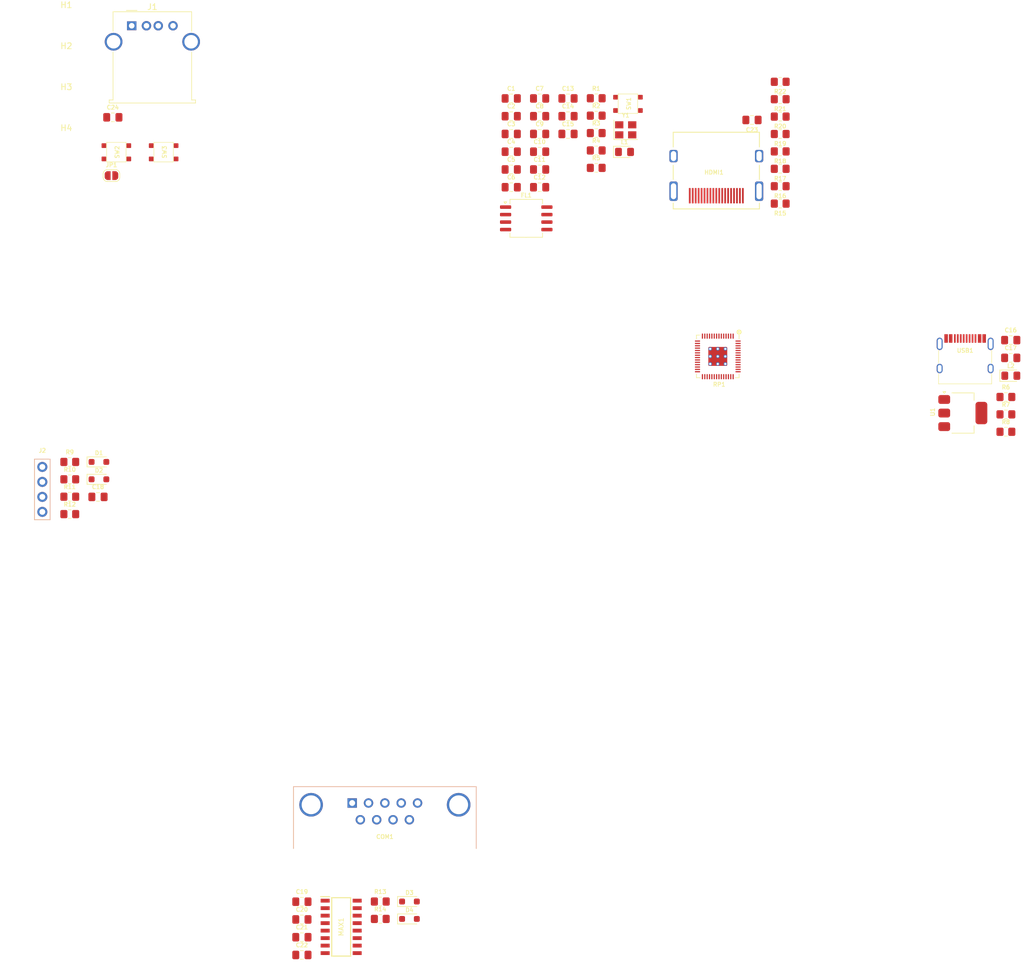
<source format=kicad_pcb>
(kicad_pcb (version 20240108) (generator "pcbnew") (generator_version "8.0")
  (title_block (title "Versa") (date "2024-12-29") (rev "1.0") (company "Mikhail Matveev") (comment 1 "https://github.com/xtremespb/versa"))
  (layers (0 "F.Cu" signal) (31 "B.Cu" signal) (34 "B.Paste" user) (35 "F.Paste" user) (36 "B.SilkS" user "B.Silkscreen") (37 "F.SilkS" user "F.Silkscreen") (38 "B.Mask" user) (39 "F.Mask" user) (44 "Edge.Cuts" user))
  (net 0 "")
  (net 1 "GND")
  (net 2 "Net-(C14-Pad1)")
  (net 3 "/RS232/C2-")
  (net 4 "/RS232/C2+")
  (net 5 "/RS232/V-")
  (net 6 "Net-(RP1-VREG_VOUT)")
  (net 7 "+3V3")
  (net 8 "/RP2040/XIN")
  (net 9 "/RS232/C1+")
  (net 10 "VBUS")
  (net 11 "/RS232/C1-")
  (net 12 "/RS232/V+")
  (net 13 "/GPIO0")
  (net 14 "/GPIO1")
  (net 15 "Net-(COM1-Pad1)")
  (net 16 "/RS232/RTS_IN")
  (net 17 "/RP2040/QSPI_SCLK")
  (net 18 "/RP2040/QSPI_SD3")
  (net 19 "/RP2040/QSPI_SD2")
  (net 20 "/RP2040/QSPI_SS")
  (net 21 "/RP2040/QSPI_SD1")
  (net 22 "/RP2040/QSPI_SD0")
  (net 23 "/RS232/TX_IN")
  (net 24 "/RS232/CTS_IN")
  (net 25 "/RS232/RX_IN")
  (net 26 "/GPIO18")
  (net 27 "/RS232/CTS_MAX")
  (net 28 "/GPIO17")
  (net 29 "/RS232/RX_MAX")
  (net 30 "/RP2040/GPIO28")
  (net 31 "/GPIO15")
  (net 32 "/RP2040/GPIO20")
  (net 33 "/RP2040/GPIO26")
  (net 34 "/RP2040/GPIO21")
  (net 35 "/RP2040/GPIO5")
  (net 36 "/RP2040/GPIO27")
  (net 37 "/RP2040/GPIO3")
  (net 38 "/RP2040/GPIO2")
  (net 39 "/RP2040/GPIO4")
  (net 40 "Net-(J2-Pin_3)")
  (net 41 "Net-(J2-Pin_2)")
  (net 42 "Net-(L1-A)")
  (net 43 "Net-(L2-A)")
  (net 44 "Net-(RP1-USB_DP)")
  (net 45 "/D+")
  (net 46 "/D-")
  (net 47 "Net-(RP1-USB_DM)")
  (net 48 "/RP2040/~{USB_BOOT}")
  (net 49 "/RP2040/GPIO25")
  (net 50 "/RP2040/XOUT")
  (net 51 "Net-(USB1-CC1)")
  (net 52 "Net-(USB1-CC2)")
  (net 53 "/GPIO16")
  (net 54 "/RP2040/GPIO24")
  (net 55 "/GPIO19")
  (net 56 "/RP2040/GPIO29")
  (net 57 "Net-(HDMI1-D0N)")
  (net 58 "Net-(HDMI1-D2N)")
  (net 59 "/RP2040/SWD")
  (net 60 "/GPIO6")
  (net 61 "/RP2040/SWCLK")
  (net 62 "/RUN")
  (net 63 "/RP2040/GPIO22")
  (net 64 "Net-(HDMI1-CLKN)")
  (net 65 "/GPIO7")
  (net 66 "/GPIO8")
  (net 67 "/RP2040/GPIO23")
  (net 68 "Net-(HDMI1-D0P)")
  (net 71 "/GPIO9")
  (net 72 "Net-(HDMI1-D1N)")
  (net 73 "Net-(HDMI1-D2P)")
  (net 74 "/GPIO10")
  (net 75 "Net-(HDMI1-CLKP)")
  (net 76 "/GPIO11")
  (net 77 "/GPIO12")
  (net 78 "Net-(HDMI1-D1P)")
  (net 85 "/GPIO13")
  (net 86 "/GPIO14")
  (footprint "FRANK:Capacitor (0805)" (layer "F.Cu") (at 170.02 37.45)
    (property "Reference" "C15" (at 0 -1.68 0) (layer "F.SilkS") (effects (font (size 0.7 0.7) (thickness 0.14) (bold yes))))
    (property "Value" "15p")
    (pad "1" smd roundrect (at -1.0375 0) (size 1.175 1.45) (layers "F.Cu" "F.Paste" "F.Mask") (roundrect_rratio 0.212766) (net 8 "/RP2040/XIN"))
    (pad "2" smd roundrect (at 1.0375 0) (size 1.175 1.45) (layers "F.Cu" "F.Paste" "F.Mask") (roundrect_rratio 0.212766) (net 1 "GND"))
  )
  (footprint "FRANK:Capacitor (0805)" (layer "F.Cu") (at 201.195 35.08 180)
    (property "Reference" "C23" (at 0 -1.68 360) (layer "F.SilkS") (effects (font (size 0.7 0.7) (thickness 0.14) (bold yes))))
    (property "Value" "100n")
    (pad "1" smd roundrect (at -1.0375 0 180) (size 1.175 1.45) (layers "F.Cu" "F.Paste" "F.Mask") (roundrect_rratio 0.212766) (net 10 "VBUS"))
    (pad "2" smd roundrect (at 1.0375 0 180) (size 1.175 1.45) (layers "F.Cu" "F.Paste" "F.Mask") (roundrect_rratio 0.212766) (net 1 "GND"))
  )
  (footprint "FRANK:Jumper (solder)" (layer "F.Cu") (at 92.665 44.51)
    (property "Reference" "JP1" (at 0 -1.8 0) (layer "F.SilkS") (effects (font (size 0.7 0.7) (thickness 0.14) (bold yes))))
    (property "Value" "HDMI_DEF")
    (pad "1" smd custom (at -0.65 0) (size 1 0.5) (layers "F.Cu" "F.Mask") (net 31 "/GPIO15") (options (clearance outline) (anchor rect)) (primitives (gr_circle (center 0 0.25) (end 0.5 0.25) (width 0) (fill yes)) (gr_circle (center 0 -0.25) (end 0.5 -0.25) (width 0) (fill yes)) (gr_poly (pts (xy 0.5 0.75) (xy 0 0.75) (xy 0 -0.75) (xy 0.5 -0.75)) (width 0) (fill yes))))
    (pad "2" smd custom (at 0.65 0) (size 1 0.5) (layers "F.Cu" "F.Mask") (net 1 "GND") (options (clearance outline) (anchor rect)) (primitives (gr_circle (center 0 0.25) (end 0.5 0.25) (width 0) (fill yes)) (gr_circle (center 0 -0.25) (end 0.5 -0.25) (width 0) (fill yes)) (gr_poly (pts (xy 0 0.75) (xy -0.5 0.75) (xy -0.5 -0.75) (xy 0 -0.75)) (width 0) (fill yes))))
  )
  (footprint "FRANK:Capacitor (0805)" (layer "F.Cu") (at 160.4 40.46)
    (property "Reference" "C4" (at 0 -1.68 0) (layer "F.SilkS") (effects (font (size 0.7 0.7) (thickness 0.14) (bold yes))))
    (property "Value" "100n")
    (pad "1" smd roundrect (at -1.0375 0) (size 1.175 1.45) (layers "F.Cu" "F.Paste" "F.Mask") (roundrect_rratio 0.212766) (net 7 "+3V3"))
    (pad "2" smd roundrect (at 1.0375 0) (size 1.175 1.45) (layers "F.Cu" "F.Paste" "F.Mask") (roundrect_rratio 0.212766) (net 1 "GND"))
  )
  (footprint "FRANK:LED (0805)" (layer "F.Cu") (at 245.0525 78.435)
    (property "Reference" "L2" (at 0 -1.65 0) (layer "F.SilkS") (effects (font (size 0.7 0.7) (thickness 0.14) (bold yes))))
    (property "Value" "Green")
    (pad "1" smd roundrect (at -1.025 0) (size 1.15 1.4) (layers "F.Cu" "F.Paste" "F.Mask") (roundrect_rratio 0.217391) (net 1 "GND"))
    (pad "2" smd roundrect (at 1.025 0) (size 1.15 1.4) (layers "F.Cu" "F.Paste" "F.Mask") (roundrect_rratio 0.217391) (net 43 "Net-(L2-A)"))
  )
  (footprint "MountingHole:MountingHole_2.7mm" (layer "F.Cu") (at 85.015 33.19)
    (property "Reference" "H3" (at 0 -3.7 0) (layer "F.SilkS"))
    (property "Value" "MountingHole")
    (pad "" np_thru_hole circle (at 0 0) (size 2.7 2.7) (drill 2.7) (layers "*.Cu" "*.Mask"))
  )
  (footprint "FRANK:Resistor (0805)" (layer "F.Cu") (at 205.975 37.46 180)
    (property "Reference" "R19" (at 0 -1.65 360) (layer "F.SilkS") (effects (font (size 0.7 0.7) (thickness 0.14) (bold yes))))
    (property "Value" "270R")
    (pad "1" smd roundrect (at -1 0 180) (size 1.2 1.4) (layers "F.Cu" "F.Paste" "F.Mask") (roundrect_rratio 0.208333) (net 72 "Net-(HDMI1-D1N)"))
    (pad "2" smd roundrect (at 1 0 180) (size 1.2 1.4) (layers "F.Cu" "F.Paste" "F.Mask") (roundrect_rratio 0.208333) (net 74 "/GPIO10"))
  )
  (footprint "FRANK:Capacitor (0805)" (layer "F.Cu") (at 160.4 31.43)
    (property "Reference" "C1" (at 0 -1.68 0) (layer "F.SilkS") (effects (font (size 0.7 0.7) (thickness 0.14) (bold yes))))
    (property "Value" "100n")
    (pad "1" smd roundrect (at -1.0375 0) (size 1.175 1.45) (layers "F.Cu" "F.Paste" "F.Mask") (roundrect_rratio 0.212766) (net 6 "Net-(RP1-VREG_VOUT)"))
    (pad "2" smd roundrect (at 1.0375 0) (size 1.175 1.45) (layers "F.Cu" "F.Paste" "F.Mask") (roundrect_rratio 0.212766) (net 1 "GND"))
  )
  (footprint "FRANK:SOT-223" (layer "F.Cu") (at 236.9175 84.765)
    (property "Reference" "U1" (at -5.1 -0.17 90) (layer "F.SilkS") (effects (font (size 0.7 0.7) (thickness 0.14) (bold yes))))
    (property "Value" "NCP1117 3.3")
    (pad "1" smd roundrect (at -3.15 -2.3) (size 2 1.5) (layers "F.Cu" "F.Paste" "F.Mask") (net 1 "GND"))
    (pad "2" smd roundrect (at -3.15 0) (size 2 1.5) (layers "F.Cu" "F.Paste" "F.Mask") (net 7 "+3V3"))
    (pad "2" smd roundrect (at 3.15 0) (size 2 3.8) (layers "F.Cu" "F.Paste" "F.Mask") (net 7 "+3V3"))
    (pad "3" smd roundrect (at -3.15 2.3) (size 2 1.5) (layers "F.Cu" "F.Paste" "F.Mask") (net 10 "VBUS"))
  )
  (footprint "FRANK:Resistor (0805)" (layer "F.Cu") (at 174.8 34.35)
    (property "Reference" "R2" (at 0 -1.65 0) (layer "F.SilkS") (effects (font (size 0.7 0.7) (thickness 0.14) (bold yes))))
    (property "Value" "1K")
    (pad "1" smd roundrect (at -1 0) (size 1.2 1.4) (layers "F.Cu" "F.Paste" "F.Mask") (roundrect_rratio 0.208333) (net 20 "/RP2040/QSPI_SS"))
    (pad "2" smd roundrect (at 1 0) (size 1.2 1.4) (layers "F.Cu" "F.Paste" "F.Mask") (roundrect_rratio 0.208333) (net 48 "/RP2040/~{USB_BOOT}"))
  )
  (footprint "FRANK:SOIC127P600X175-16N" (layer "F.Cu") (at 131.585 171.875)
    (property "Reference" "MAX1" (at 0 0 90) (layer "F.SilkS") (effects (font (size 0.8 0.8) (thickness 0.13))))
    (property "Value" "MAX232CSE+" (hide yes))
    (pad "1" smd rect (at -2.712 -4.445 90) (size 0.65 1.525) (layers "F.Cu" "F.Paste" "F.Mask") (net 9 "/RS232/C1+"))
    (pad "2" smd rect (at -2.712 -3.175 90) (size 0.65 1.525) (layers "F.Cu" "F.Paste" "F.Mask") (net 12 "/RS232/V+"))
    (pad "3" smd rect (at -2.712 -1.905 90) (size 0.65 1.525) (layers "F.Cu" "F.Paste" "F.Mask") (net 11 "/RS232/C1-"))
    (pad "4" smd rect (at -2.712 -0.635 90) (size 0.65 1.525) (layers "F.Cu" "F.Paste" "F.Mask") (net 4 "/RS232/C2+"))
    (pad "5" smd rect (at -2.712 0.635 90) (size 0.65 1.525) (layers "F.Cu" "F.Paste" "F.Mask") (net 3 "/RS232/C2-"))
    (pad "6" smd rect (at -2.712 1.905 90) (size 0.65 1.525) (layers "F.Cu" "F.Paste" "F.Mask") (net 5 "/RS232/V-"))
    (pad "7" smd rect (at -2.712 3.175 90) (size 0.65 1.525) (layers "F.Cu" "F.Paste" "F.Mask") (net 24 "/RS232/CTS_IN"))
    (pad "8" smd rect (at -2.712 4.445 90) (size 0.65 1.525) (layers "F.Cu" "F.Paste" "F.Mask") (net 16 "/RS232/RTS_IN"))
    (pad "9" smd rect (at 2.712 4.445 90) (size 0.65 1.525) (layers "F.Cu" "F.Paste" "F.Mask") (net 27 "/RS232/CTS_MAX"))
    (pad "10" smd rect (at 2.712 3.175 90) (size 0.65 1.525) (layers "F.Cu" "F.Paste" "F.Mask") (net 55 "/GPIO19"))
    (pad "11" smd rect (at 2.712 1.905 90) (size 0.65 1.525) (layers "F.Cu" "F.Paste" "F.Mask") (net 53 "/GPIO16"))
    (pad "12" smd rect (at 2.712 0.635 90) (size 0.65 1.525) (layers "F.Cu" "F.Paste" "F.Mask") (net 29 "/RS232/RX_MAX"))
    (pad "13" smd rect (at 2.712 -0.635 90) (size 0.65 1.525) (layers "F.Cu" "F.Paste" "F.Mask") (net 23 "/RS232/TX_IN"))
    (pad "14" smd rect (at 2.712 -1.905 90) (size 0.65 1.525) (layers "F.Cu" "F.Paste" "F.Mask") (net 25 "/RS232/RX_IN"))
    (pad "15" smd rect (at 2.712 -3.175 90) (size 0.65 1.525) (layers "F.Cu" "F.Paste" "F.Mask") (net 1 "GND"))
    (pad "16" smd rect (at 2.712 -4.445 90) (size 0.65 1.525) (layers "F.Cu" "F.Paste" "F.Mask") (net 10 "VBUS"))
  )
  (footprint "FRANK:Capacitor (0805)" (layer "F.Cu") (at 124.93 176.635)
    (property "Reference" "C22" (at 0 -1.68 0) (layer "F.SilkS") (effects (font (size 0.7 0.7) (thickness 0.14) (bold yes))))
    (property "Value" "1u")
    (pad "1" smd roundrect (at -1.0375 0) (size 1.175 1.45) (layers "F.Cu" "F.Paste" "F.Mask") (roundrect_rratio 0.212766) (net 5 "/RS232/V-"))
    (pad "2" smd roundrect (at 1.0375 0) (size 1.175 1.45) (layers "F.Cu" "F.Paste" "F.Mask") (roundrect_rratio 0.212766) (net 1 "GND"))
  )
  (footprint "FRANK:Resistor (0805)" (layer "F.Cu") (at 205.975 31.56 180)
    (property "Reference" "R21" (at 0 -1.65 360) (layer "F.SilkS") (effects (font (size 0.7 0.7) (thickness 0.14) (bold yes))))
    (property "Value" "270R")
    (pad "1" smd roundrect (at -1 0 180) (size 1.2 1.4) (layers "F.Cu" "F.Paste" "F.Mask") (roundrect_rratio 0.208333) (net 58 "Net-(HDMI1-D2N)"))
    (pad "2" smd roundrect (at 1 0 180) (size 1.2 1.4) (layers "F.Cu" "F.Paste" "F.Mask") (roundrect_rratio 0.208333) (net 77 "/GPIO12"))
  )
  (footprint "FRANK:Capacitor (0805)" (layer "F.Cu") (at 92.895 34.63)
    (property "Reference" "C24" (at 0 -1.68 0) (layer "F.SilkS") (effects (font (size 0.7 0.7) (thickness 0.14) (bold yes))))
    (property "Value" "10u")
    (pad "1" smd roundrect (at -1.0375 0) (size 1.175 1.45) (layers "F.Cu" "F.Paste" "F.Mask") (roundrect_rratio 0.212766) (net 1 "GND"))
    (pad "2" smd roundrect (at 1.0375 0) (size 1.175 1.45) (layers "F.Cu" "F.Paste" "F.Mask") (roundrect_rratio 0.212766) (net 10 "VBUS"))
  )
  (footprint "FRANK:Pin Header (1x04)" (layer "F.Cu") (at 80.95 93.9)
    (property "Reference" "J2" (at 0 -2.77 0) (layer "F.SilkS") (effects (font (size 0.7 0.7) (thickness 0.14) (bold yes))))
    (property "Value" "Pin Header (1x04)")
    (pad "1" thru_hole circle (at 0 0) (size 1.7 1.7) (drill 1) (layers "*.Cu" "*.Mask") (net 10 "VBUS"))
    (pad "2" thru_hole oval (at 0 2.54) (size 1.7 1.7) (drill 1) (layers "*.Cu" "*.Mask") (net 41 "Net-(J2-Pin_2)"))
    (pad "3" thru_hole oval (at 0 5.08) (size 1.7 1.7) (drill 1) (layers "*.Cu" "*.Mask") (net 40 "Net-(J2-Pin_3)"))
    (pad "4" thru_hole oval (at 0 7.62) (size 1.7 1.7) (drill 1) (layers "*.Cu" "*.Mask") (net 1 "GND"))
  )
  (footprint "MountingHole:MountingHole_2.7mm" (layer "F.Cu") (at 85.015 26.24)
    (property "Reference" "H2" (at 0 -3.7 0) (layer "F.SilkS"))
    (property "Value" "MountingHole")
    (pad "" np_thru_hole circle (at 0 0) (size 2.7 2.7) (drill 2.7) (layers "*.Cu" "*.Mask"))
  )
  (footprint "FRANK:Diode (SOD-323)" (layer "F.Cu") (at 143.155 170.525)
    (property "Reference" "D4" (at 0 -1.5 0) (layer "F.SilkS") (effects (font (size 0.7 0.7) (thickness 0.14) (bold yes))))
    (property "Value" "1N4148")
    (pad "1" smd roundrect (at -1.25 0) (size 1 1) (layers "F.Cu" "F.Paste" "F.Mask") (net 29 "/RS232/RX_MAX"))
    (pad "2" smd roundrect (at 1.25 0) (size 1 1) (layers "F.Cu" "F.Paste" "F.Mask") (net 28 "/GPIO17"))
  )
  (footprint "FRANK:D-SUB (9 pin, male, top mount)" (layer "F.Cu") (at 133.45 150.875)
    (property "Reference" "COM1" (at 5.54 5.72 0) (layer "F.SilkS") (effects (font (size 0.7 0.7) (thickness 0.14) (bold yes))))
    (property "Value" "D-SUB 9 Male")
    (pad "0" thru_hole circle (at -6.96 0.3) (size 4 4) (drill 3.2) (layers "*.Cu" "*.Mask"))
    (pad "0" thru_hole circle (at 18.04 0.3) (size 4 4) (drill 3.2) (layers "*.Cu" "*.Mask"))
    (pad "1" thru_hole rect (at 0 0) (size 1.6 1.6) (drill 1) (layers "*.Cu" "*.Mask") (net 15 "Net-(COM1-Pad1)"))
    (pad "2" thru_hole circle (at 2.77 0) (size 1.6 1.6) (drill 1) (layers "*.Cu" "*.Mask") (net 23 "/RS232/TX_IN"))
    (pad "3" thru_hole circle (at 5.54 0) (size 1.6 1.6) (drill 1) (layers "*.Cu" "*.Mask") (net 25 "/RS232/RX_IN"))
    (pad "4" thru_hole circle (at 8.31 0) (size 1.6 1.6) (drill 1) (layers "*.Cu" "*.Mask") (net 15 "Net-(COM1-Pad1)"))
    (pad "5" thru_hole circle (at 11.08 0) (size 1.6 1.6) (drill 1) (layers "*.Cu" "*.Mask") (net 1 "GND"))
    (pad "6" thru_hole circle (at 1.385 2.84) (size 1.6 1.6) (drill 1) (layers "*.Cu" "*.Mask") (net 15 "Net-(COM1-Pad1)"))
    (pad "7" thru_hole circle (at 4.155 2.84) (size 1.6 1.6) (drill 1) (layers "*.Cu" "*.Mask") (net 24 "/RS232/CTS_IN"))
    (pad "8" thru_hole circle (at 6.925 2.84) (size 1.6 1.6) (drill 1) (layers "*.Cu" "*.Mask") (net 16 "/RS232/RTS_IN"))
    (pad "9" thru_hole circle (at 9.695 2.84) (size 1.6 1.6) (drill 1) (layers "*.Cu" "*.Mask"))
  )
  (footprint "FRANK:Diode (SOD-323)" (layer "F.Cu") (at 90.545 96)
    (property "Reference" "D2" (at 0 -1.5 0) (layer "F.SilkS") (effects (font (size 0.7 0.7) (thickness 0.14) (bold yes))))
    (property "Value" "3V3")
    (pad "1" smd roundrect (at -1.25 0) (size 1 1) (layers "F.Cu" "F.Paste" "F.Mask") (net 14 "/GPIO1"))
    (pad "2" smd roundrect (at 1.25 0) (size 1 1) (layers "F.Cu" "F.Paste" "F.Mask") (net 1 "GND"))
  )
  (footprint "FRANK:Capacitor (0805)" (layer "F.Cu") (at 165.21 46.48)
    (property "Reference" "C12" (at 0 -1.68 0) (layer "F.SilkS") (effects (font (size 0.7 0.7) (thickness 0.14) (bold yes))))
    (property "Value" "1u")
    (pad "1" smd roundrect (at -1.0375 0) (size 1.175 1.45) (layers "F.Cu" "F.Paste" "F.Mask") (roundrect_rratio 0.212766) (net 7 "+3V3"))
    (pad "2" smd roundrect (at 1.0375 0) (size 1.175 1.45) (layers "F.Cu" "F.Paste" "F.Mask") (roundrect_rratio 0.212766) (net 1 "GND"))
  )
  (footprint "FRANK:Capacitor (0805)" (layer "F.Cu") (at 160.4 46.48)
    (property "Reference" "C6" (at 0 -1.68 0) (layer "F.SilkS") (effects (font (size 0.7 0.7) (thickness 0.14) (bold yes))))
    (property "Value" "100n")
    (pad "1" smd roundrect (at -1.0375 0) (size 1.175 1.45) (layers "F.Cu" "F.Paste" "F.Mask") (roundrect_rratio 0.212766) (net 7 "+3V3"))
    (pad "2" smd roundrect (at 1.0375 0) (size 1.175 1.45) (layers "F.Cu" "F.Paste" "F.Mask") (roundrect_rratio 0.212766) (net 1 "GND"))
  )
  (footprint "FRANK:Resistor (0805)" (layer "F.Cu") (at 85.6 96)
    (property "Reference" "R10" (at 0 -1.65 0) (layer "F.SilkS") (effects (font (size 0.7 0.7) (thickness 0.14) (bold yes))))
    (property "Value" "100R")
    (pad "1" smd roundrect (at -1 0) (size 1.2 1.4) (layers "F.Cu" "F.Paste" "F.Mask") (roundrect_rratio 0.208333) (net 40 "Net-(J2-Pin_3)"))
    (pad "2" smd roundrect (at 1 0) (size 1.2 1.4) (layers "F.Cu" "F.Paste" "F.Mask") (roundrect_rratio 0.208333) (net 13 "/GPIO0"))
  )
  (footprint "FRANK:Capacitor (0805)" (layer "F.Cu") (at 165.21 40.46)
    (property "Reference" "C10" (at 0 -1.68 0) (layer "F.SilkS") (effects (font (size 0.7 0.7) (thickness 0.14) (bold yes))))
    (property "Value" "100n")
    (pad "1" smd roundrect (at -1.0375 0) (size 1.175 1.45) (layers "F.Cu" "F.Paste" "F.Mask") (roundrect_rratio 0.212766) (net 7 "+3V3"))
    (pad "2" smd roundrect (at 1.0375 0) (size 1.175 1.45) (layers "F.Cu" "F.Paste" "F.Mask") (roundrect_rratio 0.212766) (net 1 "GND"))
  )
  (footprint "FRANK:Capacitor (0805)" (layer "F.Cu") (at 90.38 98.98)
    (property "Reference" "C18" (at 0 -1.68 0) (layer "F.SilkS") (effects (font (size 0.7 0.7) (thickness 0.14) (bold yes))))
    (property "Value" "100n")
    (pad "1" smd roundrect (at -1.0375 0) (size 1.175 1.45) (layers "F.Cu" "F.Paste" "F.Mask") (roundrect_rratio 0.212766) (net 10 "VBUS"))
    (pad "2" smd roundrect (at 1.0375 0) (size 1.175 1.45) (layers "F.Cu" "F.Paste" "F.Mask") (roundrect_rratio 0.212766) (net 1 "GND"))
  )
  (footprint "FRANK:Resistor (0805)" (layer "F.Cu") (at 174.8 40.25)
    (property "Reference" "R4" (at 0 -1.65 0) (layer "F.SilkS") (effects (font (size 0.7 0.7) (thickness 0.14) (bold yes))))
    (property "Value" "1K")
    (pad "1" smd roundrect (at -1 0) (size 1.2 1.4) (layers "F.Cu" "F.Paste" "F.Mask") (roundrect_rratio 0.208333) (net 50 "/RP2040/XOUT"))
    (pad "2" smd roundrect (at 1 0) (size 1.2 1.4) (layers "F.Cu" "F.Paste" "F.Mask") (roundrect_rratio 0.208333) (net 2 "Net-(C14-Pad1)"))
  )
  (footprint "FRANK:Capacitor (0805)" (layer "F.Cu") (at 165.21 43.47)
    (property "Reference" "C11" (at 0 -1.68 0) (layer "F.SilkS") (effects (font (size 0.7 0.7) (thickness 0.14) (bold yes))))
    (property "Value" "1u")
    (pad "1" smd roundrect (at -1.0375 0) (size 1.175 1.45) (layers "F.Cu" "F.Paste" "F.Mask") (roundrect_rratio 0.212766) (net 6 "Net-(RP1-VREG_VOUT)"))
    (pad "2" smd roundrect (at 1.0375 0) (size 1.175 1.45) (layers "F.Cu" "F.Paste" "F.Mask") (roundrect_rratio 0.212766) (net 1 "GND"))
  )
  (footprint "FRANK:LED (0805)" (layer "F.Cu") (at 179.595 40.495)
    (property "Reference" "L1" (at 0 -1.65 0) (layer "F.SilkS") (effects (font (size 0.7 0.7) (thickness 0.14) (bold yes))))
    (property "Value" "Blue")
    (pad "1" smd roundrect (at -1.025 0) (size 1.15 1.4) (layers "F.Cu" "F.Paste" "F.Mask") (roundrect_rratio 0.217391) (net 1 "GND"))
    (pad "2" smd roundrect (at 1.025 0) (size 1.15 1.4) (layers "F.Cu" "F.Paste" "F.Mask") (roundrect_rratio 0.217391) (net 42 "Net-(L1-A)"))
  )
  (footprint "FRANK:Capacitor (0805)" (layer "F.Cu") (at 160.4 34.44)
    (property "Reference" "C2" (at 0 -1.68 0) (layer "F.SilkS") (effects (font (size 0.7 0.7) (thickness 0.14) (bold yes))))
    (property "Value" "100n")
    (pad "1" smd roundrect (at -1.0375 0) (size 1.175 1.45) (layers "F.Cu" "F.Paste" "F.Mask") (roundrect_rratio 0.212766) (net 6 "Net-(RP1-VREG_VOUT)"))
    (pad "2" smd roundrect (at 1.0375 0) (size 1.175 1.45) (layers "F.Cu" "F.Paste" "F.Mask") (roundrect_rratio 0.212766) (net 1 "GND"))
  )
  (footprint "FRANK:Capacitor (0805)" (layer "F.Cu") (at 124.93 173.625)
    (property "Reference" "C21" (at 0 -1.68 0) (layer "F.SilkS") (effects (font (size 0.7 0.7) (thickness 0.14) (bold yes))))
    (property "Value" "1u")
    (pad "1" smd roundrect (at -1.0375 0) (size 1.175 1.45) (layers "F.Cu" "F.Paste" "F.Mask") (roundrect_rratio 0.212766) (net 3 "/RS232/C2-"))
    (pad "2" smd roundrect (at 1.0375 0) (size 1.175 1.45) (layers "F.Cu" "F.Paste" "F.Mask") (roundrect_rratio 0.212766) (net 4 "/RS232/C2+"))
  )
  (footprint "FRANK:Capacitor (0805)" (layer "F.Cu") (at 160.4 37.45)
    (property "Reference" "C3" (at 0 -1.68 0) (layer "F.SilkS") (effects (font (size 0.7 0.7) (thickness 0.14) (bold yes))))
    (property "Value" "100n")
    (pad "1" smd roundrect (at -1.0375 0) (size 1.175 1.45) (layers "F.Cu" "F.Paste" "F.Mask") (roundrect_rratio 0.212766) (net 7 "+3V3"))
    (pad "2" smd roundrect (at 1.0375 0) (size 1.175 1.45) (layers "F.Cu" "F.Paste" "F.Mask") (roundrect_rratio 0.212766) (net 1 "GND"))
  )
  (footprint "FRANK:Button (SMD, 3x3mm)" (layer "F.Cu") (at 178.525 30.675)
    (property "Reference" "SW1" (at 1.8 1.64 -90) (layer "F.SilkS") (effects (font (size 0.7 0.7) (thickness 0.13) (bold yes))))
    (property "Value" "Flash Button" (hide yes))
    (pad "1" smd roundrect (at -0.45 0.545) (size 0.8 0.8) (layers "F.Cu" "F.Paste" "F.Mask") (roundrect_rratio 0.1312335958) (net 1 "GND"))
    (pad "2" smd roundrect (at 3.76 0.545) (size 0.8 0.8) (layers "F.Cu" "F.Paste" "F.Mask") (roundrect_rratio 0.1312335958) (net 1 "GND"))
    (pad "3" smd roundrect (at -0.45 2.8) (size 0.8 0.8) (layers "F.Cu" "F.Paste" "F.Mask") (roundrect_rratio 0.1312335958) (net 48 "/RP2040/~{USB_BOOT}"))
    (pad "4" smd roundrect (at 3.76 2.8) (size 0.8 0.8) (layers "F.Cu" "F.Paste" "F.Mask") (roundrect_rratio 0.1312335958) (net 48 "/RP2040/~{USB_BOOT}"))
  )
  (footprint "FRANK:Capacitor (0805)" (layer "F.Cu") (at 245.0375 75.41)
    (property "Reference" "C17" (at 0 -1.68 0) (layer "F.SilkS") (effects (font (size 0.7 0.7) (thickness 0.14) (bold yes))))
    (property "Value" "10u")
    (pad "1" smd roundrect (at -1.0375 0) (size 1.175 1.45) (layers "F.Cu" "F.Paste" "F.Mask") (roundrect_rratio 0.212766) (net 7 "+3V3"))
    (pad "2" smd roundrect (at 1.0375 0) (size 1.175 1.45) (layers "F.Cu" "F.Paste" "F.Mask") (roundrect_rratio 0.212766) (net 1 "GND"))
  )
  (footprint "FRANK:HDMI (female)" (layer "F.Cu") (at 195.15 47.16 180)
    (property "Reference" "HDMI1" (at 0.4 3.2 360) (layer "F.SilkS") (effects (font (size 0.7 0.7) (thickness 0.14) (bold yes))))
    (property "Value" "DC3RX19JA2")
    (pad "1" smd rect (at 4.5 -0.76 180) (size 0.3 2.6) (layers "F.Cu" "F.Paste" "F.Mask") (net 73 "Net-(HDMI1-D2P)"))
    (pad "2" smd rect (at 4 -0.76 180) (size 0.3 2.6) (layers "F.Cu" "F.Paste" "F.Mask") (net 1 "GND"))
    (pad "3" smd rect (at 3.5 -0.76 180) (size 0.3 2.6) (layers "F.Cu" "F.Paste" "F.Mask") (net 58 "Net-(HDMI1-D2N)"))
    (pad "4" smd rect (at 3 -0.76 180) (size 0.3 2.6) (layers "F.Cu" "F.Paste" "F.Mask") (net 78 "Net-(HDMI1-D1P)"))
    (pad "5" smd rect (at 2.5 -0.76 180) (size 0.3 2.6) (layers "F.Cu" "F.Paste" "F.Mask") (net 1 "GND"))
    (pad "6" smd rect (at 2 -0.76 180) (size 0.3 2.6) (layers "F.Cu" "F.Paste" "F.Mask") (net 72 "Net-(HDMI1-D1N)"))
    (pad "7" smd rect (at 1.5 -0.76 180) (size 0.3 2.6) (layers "F.Cu" "F.Paste" "F.Mask") (net 68 "Net-(HDMI1-D0P)"))
    (pad "8" smd rect (at 1 -0.76 180) (size 0.3 2.6) (layers "F.Cu" "F.Paste" "F.Mask") (net 1 "GND"))
    (pad "9" smd rect (at 0.5 -0.76 180) (size 0.3 2.6) (layers "F.Cu" "F.Paste" "F.Mask") (net 57 "Net-(HDMI1-D0N)"))
    (pad "10" smd rect (at 0 -0.76 180) (size 0.3 2.6) (layers "F.Cu" "F.Paste" "F.Mask") (net 75 "Net-(HDMI1-CLKP)"))
    (pad "11" smd rect (at -0.5 -0.76 180) (size 0.3 2.6) (layers "F.Cu" "F.Paste" "F.Mask") (net 1 "GND"))
    (pad "12" smd rect (at -1 -0.76 180) (size 0.3 2.6) (layers "F.Cu" "F.Paste" "F.Mask") (net 64 "Net-(HDMI1-CLKN)"))
    (pad "13" smd rect (at -1.5 -0.76 180) (size 0.3 2.6) (layers "F.Cu" "F.Paste" "F.Mask"))
    (pad "14" smd rect (at -2 -0.76 180) (size 0.3 2.6) (layers "F.Cu" "F.Paste" "F.Mask"))
    (pad "15" smd rect (at -2.5 -0.76 180) (size 0.3 2.6) (layers "F.Cu" "F.Paste" "F.Mask"))
    (pad "16" smd rect (at -3 -0.76 180) (size 0.3 2.6) (layers "F.Cu" "F.Paste" "F.Mask"))
    (pad "17" smd rect (at -3.5 -0.76 180) (size 0.3 2.6) (layers "F.Cu" "F.Paste" "F.Mask") (net 1 "GND"))
    (pad "18" smd rect (at -4 -0.76 180) (size 0.3 2.6) (layers "F.Cu" "F.Paste" "F.Mask") (net 10 "VBUS"))
    (pad "19" smd rect (at -4.5 -0.76 180) (size 0.3 2.6) (layers "F.Cu" "F.Paste" "F.Mask"))
    (pad "20" thru_hole roundrect (at -7.25 0 180) (size 1.4 3.3) (drill oval 0.9 2.7) (layers "*.Cu" "*.Mask") (net 1 "GND"))
    (pad "21" thru_hole roundrect (at -7.25 5.96 180) (size 1.4 2.1) (drill oval 0.9 1.7) (layers "*.Cu" "*.Mask") (net 1 "GND"))
    (pad "22" thru_hole roundrect (at 7.25 5.96 180) (size 1.4 2.1) (drill oval 0.9 1.7) (layers "*.Cu" "*.Mask") (net 1 "GND"))
    (pad "23" thru_hole roundrect (at 7.25 0 180) (size 1.4 3.3) (drill oval 0.9 2.7) (layers "*.Cu" "*.Mask") (net 1 "GND"))
  )
  (footprint "FRANK:SOIC-8" (layer "F.Cu") (at 162.945 51.755)
    (property "Reference" "FL1" (at 0 -3.9 0) (layer "F.SilkS") (effects (font (size 0.7 0.7) (thickness 0.14) (bold yes))))
    (property "Value" "W25Q128JVSIQ")
    (pad "1" smd roundrect (at -3.5 -1.905) (size 1.9 0.6) (layers "F.Cu" "F.Paste" "F.Mask") (net 20 "/RP2040/QSPI_SS"))
    (pad "2" smd roundrect (at -3.5 -0.635) (size 1.9 0.6) (layers "F.Cu" "F.Paste" "F.Mask") (net 21 "/RP2040/QSPI_SD1"))
    (pad "3" smd roundrect (at -3.5 0.635) (size 1.9 0.6) (layers "F.Cu" "F.Paste" "F.Mask") (net 19 "/RP2040/QSPI_SD2"))
    (pad "4" smd roundrect (at -3.5 1.905) (size 1.9 0.6) (layers "F.Cu" "F.Paste" "F.Mask") (net 1 "GND"))
    (pad "5" smd roundrect (at 3.5 1.905) (size 1.9 0.6) (layers "F.Cu" "F.Paste" "F.Mask") (net 22 "/RP2040/QSPI_SD0"))
    (pad "6" smd roundrect (at 3.5 0.635) (size 1.9 0.6) (layers "F.Cu" "F.Paste" "F.Mask") (net 17 "/RP2040/QSPI_SCLK"))
    (pad "7" smd roundrect (at 3.5 -0.635) (size 1.9 0.6) (layers "F.Cu" "F.Paste" "F.Mask") (net 18 "/RP2040/QSPI_SD3"))
    (pad "8" smd roundrect (at 3.5 -1.905) (size 1.9 0.6) (layers "F.Cu" "F.Paste" "F.Mask") (net 7 "+3V3"))
  )
  (footprint "FRANK:QFN 56" (layer "F.Cu") (at 195.4 75.1625 -90)
    (property "Reference" "RP1" (at 4.76 -0.24 360) (layer "F.SilkS") (effects (font (size 0.7 0.7) (thickness 0.13) (bold yes))))
    (property "Value" "RP2040")
    (pad "1" smd roundrect (at -3.4375 -2.6 270) (size 0.875 0.2) (layers "F.Cu" "F.Paste" "F.Mask") (net 7 "+3V3"))
    (pad "2" smd roundrect (at -3.4375 -2.2 270) (size 0.875 0.2) (layers "F.Cu" "F.Paste" "F.Mask") (net 13 "/GPIO0"))
    (pad "3" smd roundrect (at -3.4375 -1.8 270) (size 0.875 0.2) (layers "F.Cu" "F.Paste" "F.Mask") (net 14 "/GPIO1"))
    (pad "4" smd roundrect (at -3.4375 -1.4 270) (size 0.875 0.2) (layers "F.Cu" "F.Paste" "F.Mask") (net 38 "/RP2040/GPIO2"))
    (pad "5" smd roundrect (at -3.4375 -1 270) (size 0.875 0.2) (layers "F.Cu" "F.Paste" "F.Mask") (net 37 "/RP2040/GPIO3"))
    (pad "6" smd roundrect (at -3.4375 -0.6 270) (size 0.875 0.2) (layers "F.Cu" "F.Paste" "F.Mask") (net 39 "/RP2040/GPIO4"))
    (pad "7" smd roundrect (at -3.4375 -0.2 270) (size 0.875 0.2) (layers "F.Cu" "F.Paste" "F.Mask") (net 35 "/RP2040/GPIO5"))
    (pad "8" smd roundrect (at -3.4375 0.2 270) (size 0.875 0.2) (layers "F.Cu" "F.Paste" "F.Mask") (net 60 "/GPIO6"))
    (pad "9" smd roundrect (at -3.4375 0.6 270) (size 0.875 0.2) (layers "F.Cu" "F.Paste" "F.Mask") (net 65 "/GPIO7"))
    (pad "10" smd roundrect (at -3.4375 1 270) (size 0.875 0.2) (layers "F.Cu" "F.Paste" "F.Mask") (net 7 "+3V3"))
    (pad "11" smd roundrect (at -3.4375 1.4 270) (size 0.875 0.2) (layers "F.Cu" "F.Paste" "F.Mask") (net 66 "/GPIO8"))
    (pad "12" smd roundrect (at -3.4375 1.8 270) (size 0.875 0.2) (layers "F.Cu" "F.Paste" "F.Mask") (net 71 "/GPIO9"))
    (pad "13" smd roundrect (at -3.4375 2.2 270) (size 0.875 0.2) (layers "F.Cu" "F.Paste" "F.Mask") (net 74 "/GPIO10"))
    (pad "14" smd roundrect (at -3.4375 2.6 270) (size 0.875 0.2) (layers "F.Cu" "F.Paste" "F.Mask") (net 76 "/GPIO11"))
    (pad "15" smd roundrect (at -2.6 3.4375 270) (size 0.2 0.875) (layers "F.Cu" "F.Paste" "F.Mask") (net 77 "/GPIO12"))
    (pad "16" smd roundrect (at -2.2 3.4375 270) (size 0.2 0.875) (layers "F.Cu" "F.Paste" "F.Mask") (net 85 "/GPIO13"))
    (pad "17" smd roundrect (at -1.8 3.4375 270) (size 0.2 0.875) (layers "F.Cu" "F.Paste" "F.Mask") (net 86 "/GPIO14"))
    (pad "18" smd roundrect (at -1.4 3.4375 270) (size 0.2 0.875) (layers "F.Cu" "F.Paste" "F.Mask") (net 31 "/GPIO15"))
    (pad "19" smd roundrect (at -1 3.4375 270) (size 0.2 0.875) (layers "F.Cu" "F.Paste" "F.Mask") (net 1 "GND"))
    (pad "20" smd roundrect (at -0.6 3.4375 270) (size 0.2 0.875) (layers "F.Cu" "F.Paste" "F.Mask") (net 8 "/RP2040/XIN"))
    (pad "21" smd roundrect (at -0.2 3.4375 270) (size 0.2 0.875) (layers "F.Cu" "F.Paste" "F.Mask") (net 50 "/RP2040/XOUT"))
    (pad "22" smd roundrect (at 0.2 3.4375 270) (size 0.2 0.875) (layers "F.Cu" "F.Paste" "F.Mask") (net 7 "+3V3"))
    (pad "23" smd roundrect (at 0.6 3.4375 270) (size 0.2 0.875) (layers "F.Cu" "F.Paste" "F.Mask") (net 6 "Net-(RP1-VREG_VOUT)"))
    (pad "24" smd roundrect (at 1 3.4375 270) (size 0.2 0.875) (layers "F.Cu" "F.Paste" "F.Mask") (net 61 "/RP2040/SWCLK"))
    (pad "25" smd roundrect (at 1.4 3.4375 270) (size 0.2 0.875) (layers "F.Cu" "F.Paste" "F.Mask") (net 59 "/RP2040/SWD"))
    (pad "26" smd roundrect (at 1.8 3.4375 270) (size 0.2 0.875) (layers "F.Cu" "F.Paste" "F.Mask") (net 62 "/RUN"))
    (pad "27" smd roundrect (at 2.2 3.4375 270) (size 0.2 0.875) (layers "F.Cu" "F.Paste" "F.Mask") (net 53 "/GPIO16"))
    (pad "28" smd roundrect (at 2.6 3.4375 270) (size 0.2 0.875) (layers "F.Cu" "F.Paste" "F.Mask") (net 28 "/GPIO17"))
    (pad "29" smd roundrect (at 3.4375 2.6 270) (size 0.875 0.2) (layers "F.Cu" "F.Paste" "F.Mask") (net 26 "/GPIO18"))
    (pad "30" smd roundrect (at 3.4375 2.2 270) (size 0.875 0.2) (layers "F.Cu" "F.Paste" "F.Mask") (net 55 "/GPIO19"))
    (pad "31" smd roundrect (at 3.4375 1.8 270) (size 0.875 0.2) (layers "F.Cu" "F.Paste" "F.Mask") (net 32 "/RP2040/GPIO20"))
    (pad "32" smd roundrect (at 3.4375 1.4 270) (size 0.875 0.2) (layers "F.Cu" "F.Paste" "F.Mask") (net 34 "/RP2040/GPIO21"))
    (pad "33" smd roundrect (at 3.4375 1 270) (size 0.875 0.2) (layers "F.Cu" "F.Paste" "F.Mask") (net 7 "+3V3"))
    (pad "34" smd roundrect (at 3.4375 0.6 270) (size 0.875 0.2) (layers "F.Cu" "F.Paste" "F.Mask") (net 63 "/RP2040/GPIO22"))
    (pad "35" smd roundrect (at 3.4375 0.2 270) (size 0.875 0.2) (layers "F.Cu" "F.Paste" "F.Mask") (net 67 "/RP2040/GPIO23"))
    (pad "36" smd roundrect (at 3.4375 -0.2 270) (size 0.875 0.2) (layers "F.Cu" "F.Paste" "F.Mask") (net 54 "/RP2040/GPIO24"))
    (pad "37" smd roundrect (at 3.4375 -0.6 270) (size 0.875 0.2) (layers "F.Cu" "F.Paste" "F.Mask") (net 49 "/RP2040/GPIO25"))
    (pad "38" smd roundrect (at 3.4375 -1 270) (size 0.875 0.2) (layers "F.Cu" "F.Paste" "F.Mask") (net 33 "/RP2040/GPIO26"))
    (pad "39" smd roundrect (at 3.4375 -1.4 270) (size 0.875 0.2) (layers "F.Cu" "F.Paste" "F.Mask") (net 36 "/RP2040/GPIO27"))
    (pad "40" smd roundrect (at 3.4375 -1.8 270) (size 0.875 0.2) (layers "F.Cu" "F.Paste" "F.Mask") (net 30 "/RP2040/GPIO28"))
    (pad "41" smd roundrect (at 3.4375 -2.2 270) (size 0.875 0.2) (layers "F.Cu" "F.Paste" "F.Mask") (net 56 "/RP2040/GPIO29"))
    (pad "42" smd roundrect (at 3.4375 -2.6 270) (size 0.875 0.2) (layers "F.Cu" "F.Paste" "F.Mask") (net 7 "+3V3"))
    (pad "43" smd roundrect (at 2.6 -3.4375 270) (size 0.2 0.875) (layers "F.Cu" "F.Paste" "F.Mask") (net 7 "+3V3"))
    (pad "44" smd roundrect (at 2.2 -3.4375 270) (size 0.2 0.875) (layers "F.Cu" "F.Paste" "F.Mask") (net 7 "+3V3"))
    (pad "45" smd roundrect (at 1.8 -3.4375 270) (size 0.2 0.875) (layers "F.Cu" "F.Paste" "F.Mask") (net 6 "Net-(RP1-VREG_VOUT)"))
    (pad "46" smd roundrect (at 1.4 -3.4375 270) (size 0.2 0.875) (layers "F.Cu" "F.Paste" "F.Mask") (net 47 "Net-(RP1-USB_DM)"))
    (pad "47" smd roundrect (at 1 -3.4375 270) (size 0.2 0.875) (layers "F.Cu" "F.Paste" "F.Mask") (net 44 "Net-(RP1-USB_DP)"))
    (pad "48" smd roundrect (at 0.6 -3.4375 270) (size 0.2 0.875) (layers "F.Cu" "F.Paste" "F.Mask") (net 7 "+3V3"))
    (pad "49" smd roundrect (at 0.2 -3.4375 270) (size 0.2 0.875) (layers "F.Cu" "F.Paste" "F.Mask") (net 7 "+3V3"))
    (pad "50" smd roundrect (at -0.2 -3.4375 270) (size 0.2 0.875) (layers "F.Cu" "F.Paste" "F.Mask") (net 6 "Net-(RP1-VREG_VOUT)"))
    (pad "51" smd roundrect (at -0.6 -3.4375 270) (size 0.2 0.875) (layers "F.Cu" "F.Paste" "F.Mask") (net 18 "/RP2040/QSPI_SD3"))
    (pad "52" smd roundrect (at -1 -3.4375 270) (size 0.2 0.875) (layers "F.Cu" "F.Paste" "F.Mask") (net 17 "/RP2040/QSPI_SCLK"))
    (pad "53" smd roundrect (at -1.4 -3.4375 270) (size 0.2 0.875) (layers "F.Cu" "F.Paste" "F.Mask") (net 22 "/RP2040/QSPI_SD0"))
    (pad "54" smd roundrect (at -1.8 -3.4375 270) (size 0.2 0.875) (layers "F.Cu" "F.Paste" "F.Mask") (net 19 "/RP2040/QSPI_SD2"))
    (pad "55" smd roundrect (at -2.2 -3.4375 270) (size 0.2 0.875) (layers "F.Cu" "F.Paste" "F.Mask") (net 21 "/RP2040/QSPI_SD1"))
    (pad "56" smd roundrect (at -2.6 -3.4375 270) (size 0.2 0.875) (layers "F.Cu" "F.Paste" "F.Mask") (net 20 "/RP2040/QSPI_SS"))
    (pad "57" thru_hole circle (at -1.275 -1.275 270) (size 0.6 0.6) (drill 0.35) (layers "*.Cu") (net 1 "GND"))
    (pad "57" thru_hole circle (at -1.275 0 270) (size 0.6 0.6) (drill 0.35) (layers "*.Cu") (net 1 "GND"))
    (pad "57" thru_hole circle (at -1.275 1.275 270) (size 0.6 0.6) (drill 0.35) (layers "*.Cu") (net 1 "GND"))
    (pad "57" thru_hole circle (at 0 -1.275 270) (size 0.6 0.6) (drill 0.35) (layers "*.Cu") (net 1 "GND"))
    (pad "57" thru_hole circle (at 0 0 270) (size 0.6 0.6) (drill 0.35) (layers "*.Cu") (net 1 "GND"))
    (pad "57" smd roundrect (at 0 0 270) (size 3.2 3.2) (layers "F.Cu" "F.Mask") (roundrect_rratio 0.045) (net 1 "GND"))
    (pad "57" thru_hole circle (at 0 1.275 270) (size 0.6 0.6) (drill 0.35) (layers "*.Cu") (net 1 "GND"))
    (pad "57" thru_hole circle (at 1.275 -1.275 270) (size 0.6 0.6) (drill 0.35) (layers "*.Cu") (net 1 "GND"))
    (pad "57" thru_hole circle (at 1.275 0 270) (size 0.6 0.6) (drill 0.35) (layers "*.Cu") (net 1 "GND"))
    (pad "57" thru_hole circle (at 1.275 1.275 270) (size 0.6 0.6) (drill 0.35) (layers "*.Cu") (net 1 "GND"))
  )
  (footprint "FRANK:Resistor (0805)" (layer "F.Cu") (at 205.975 40.41 180)
    (property "Reference" "R18" (at 0 -1.65 360) (layer "F.SilkS") (effects (font (size 0.7 0.7) (thickness 0.14) (bold yes))))
    (property "Value" "270R")
    (pad "1" smd roundrect (at -1 0 180) (size 1.2 1.4) (layers "F.Cu" "F.Paste" "F.Mask") (roundrect_rratio 0.208333) (net 68 "Net-(HDMI1-D0P)"))
    (pad "2" smd roundrect (at 1 0 180) (size 1.2 1.4) (layers "F.Cu" "F.Paste" "F.Mask") (roundrect_rratio 0.208333) (net 71 "/GPIO9"))
  )
  (footprint "FRANK:Crystal (3225)" (layer "F.Cu") (at 179.8 36.75)
    (property "Reference" "Y1" (at 0 -2.45 0) (layer "F.SilkS") (effects (font (size 0.7 0.7) (thickness 0.13) (bold yes))))
    (property "Value" "12 MHz")
    (pad "1" smd rect (at -1.1 0.85) (size 1.4 1.2) (layers "F.Cu" "F.Paste" "F.Mask") (net 8 "/RP2040/XIN"))
    (pad "2" smd rect (at 1.1 0.85) (size 1.4 1.2) (layers "F.Cu" "F.Paste" "F.Mask") (net 1 "GND"))
    (pad "3" smd rect (at 1.1 -0.85) (size 1.4 1.2) (layers "F.Cu" "F.Paste" "F.Mask") (net 2 "Net-(C14-Pad1)"))
    (pad "4" smd rect (at -1.1 -0.85) (size 1.4 1.2) (layers "F.Cu" "F.Paste" "F.Mask") (net 1 "GND"))
  )
  (footprint "FRANK:Resistor (0805)" (layer "F.Cu") (at 205.975 28.61 180)
    (property "Reference" "R22" (at 0 -1.65 360) (layer "F.SilkS") (effects (font (size 0.7 0.7) (thickness 0.14) (bold yes))))
    (property "Value" "270R")
    (pad "1" smd roundrect (at -1 0 180) (size 1.2 1.4) (layers "F.Cu" "F.Paste" "F.Mask") (roundrect_rratio 0.208333) (net 73 "Net-(HDMI1-D2P)"))
    (pad "2" smd roundrect (at 1 0 180) (size 1.2 1.4) (layers "F.Cu" "F.Paste" "F.Mask") (roundrect_rratio 0.208333) (net 85 "/GPIO13"))
  )
  (footprint "FRANK:Resistor (0805)" (layer "F.Cu") (at 244.2175 87.94)
    (property "Reference" "R8" (at 0 -1.65 0) (layer "F.SilkS") (effects (font (size 0.7 0.7) (thickness 0.14) (bold yes))))
    (property "Value" "1K")
    (pad "1" smd roundrect (at -1 0) (size 1.2 1.4) (layers "F.Cu" "F.Paste" "F.Mask") (roundrect_rratio 0.208333) (net 43 "Net-(L2-A)"))
    (pad "2" smd roundrect (at 1 0) (size 1.2 1.4) (layers "F.Cu" "F.Paste" "F.Mask") (roundrect_rratio 0.208333) (net 7 "+3V3"))
  )
  (footprint "FRANK:Diode (SOD-323)" (layer "F.Cu") (at 143.155 167.575)
    (property "Reference" "D3" (at 0 -1.5 0) (layer "F.SilkS") (effects (font (size 0.7 0.7) (thickness 0.14) (bold yes))))
    (property "Value" "1N4148")
    (pad "1" smd roundrect (at -1.25 0) (size 1 1) (layers "F.Cu" "F.Paste" "F.Mask") (net 27 "/RS232/CTS_MAX"))
    (pad "2" smd roundrect (at 1.25 0) (size 1 1) (layers "F.Cu" "F.Paste" "F.Mask") (net 26 "/GPIO18"))
  )
  (footprint "FRANK:Resistor (0805)" (layer "F.Cu") (at 85.6 101.9)
    (property "Reference" "R12" (at 0 -1.65 0) (layer "F.SilkS") (effects (font (size 0.7 0.7) (thickness 0.14) (bold yes))))
    (property "Value" "1K")
    (pad "1" smd roundrect (at -1 0) (size 1.2 1.4) (layers "F.Cu" "F.Paste" "F.Mask") (roundrect_rratio 0.208333) (net 10 "VBUS"))
    (pad "2" smd roundrect (at 1 0) (size 1.2 1.4) (layers "F.Cu" "F.Paste" "F.Mask") (roundrect_rratio 0.208333) (net 41 "Net-(J2-Pin_2)"))
  )
  (footprint "FRANK:Resistor (0805)" (layer "F.Cu") (at 174.8 31.4)
    (property "Reference" "R1" (at 0 -1.65 0) (layer "F.SilkS") (effects (font (size 0.7 0.7) (thickness 0.14) (bold yes))))
    (property "Value" "27R")
    (pad "1" smd roundrect (at -1 0) (size 1.2 1.4) (layers "F.Cu" "F.Paste" "F.Mask") (roundrect_rratio 0.208333) (net 45 "/D+"))
    (pad "2" smd roundrect (at 1 0) (size 1.2 1.4) (layers "F.Cu" "F.Paste" "F.Mask") (roundrect_rratio 0.208333) (net 44 "Net-(RP1-USB_DP)"))
  )
  (footprint "FRANK:Capacitor (0805)" (layer "F.Cu") (at 165.21 34.44)
    (property "Reference" "C8" (at 0 -1.68 0) (layer "F.SilkS") (effects (font (size 0.7 0.7) (thickness 0.14) (bold yes))))
    (property "Value" "100n")
    (pad "1" smd roundrect (at -1.0375 0) (size 1.175 1.45) (layers "F.Cu" "F.Paste" "F.Mask") (roundrect_rratio 0.212766) (net 7 "+3V3"))
    (pad "2" smd roundrect (at 1.0375 0) (size 1.175 1.45) (layers "F.Cu" "F.Paste" "F.Mask") (roundrect_rratio 0.212766) (net 1 "GND"))
  )
  (footprint "FRANK:Resistor (0805)" (layer "F.Cu") (at 205.975 43.36 180)
    (property "Reference" "R17" (at 0 -1.65 360) (layer "F.SilkS") (effects (font (size 0.7 0.7) (thickness 0.14) (bold yes))))
    (property "Value" "270R")
    (pad "1" smd roundrect (at -1 0 180) (size 1.2 1.4) (layers "F.Cu" "F.Paste" "F.Mask") (roundrect_rratio 0.208333) (net 57 "Net-(HDMI1-D0N)"))
    (pad "2" smd roundrect (at 1 0 180) (size 1.2 1.4) (layers "F.Cu" "F.Paste" "F.Mask") (roundrect_rratio 0.208333) (net 66 "/GPIO8"))
  )
  (footprint "MountingHole:MountingHole_2.7mm" (layer "F.Cu") (at 85.015 19.29)
    (property "Reference" "H1" (at 0 -3.7 0) (layer "F.SilkS"))
    (property "Value" "MountingHole")
    (pad "" np_thru_hole circle (at 0 0) (size 2.7 2.7) (drill 2.7) (layers "*.Cu" "*.Mask"))
  )
  (footprint "FRANK:Capacitor (0805)" (layer "F.Cu") (at 165.21 31.43)
    (property "Reference" "C7" (at 0 -1.68 0) (layer "F.SilkS") (effects (font (size 0.7 0.7) (thickness 0.14) (bold yes))))
    (property "Value" "100n")
    (pad "1" smd roundrect (at -1.0375 0) (size 1.175 1.45) (layers "F.Cu" "F.Paste" "F.Mask") (roundrect_rratio 0.212766) (net 7 "+3V3"))
    (pad "2" smd roundrect (at 1.0375 0) (size 1.175 1.45) (layers "F.Cu" "F.Paste" "F.Mask") (roundrect_rratio 0.212766) (net 1 "GND"))
  )
  (footprint "FRANK:Button (SMD, 3x3mm)" (layer "F.Cu") (at 91.84 38.885)
    (property "Reference" "SW2" (at 1.8 1.64 -90) (layer "F.SilkS") (effects (font (size 0.7 0.7) (thickness 0.13) (bold yes))))
    (property "Value" "KLS7-TS3302" (hide yes))
    (pad "1" smd roundrect (at -0.45 0.545) (size 0.8 0.8) (layers "F.Cu" "F.Paste" "F.Mask") (roundrect_rratio 0.1312335958) (net 1 "GND"))
    (pad "2" smd roundrect (at 3.76 0.545) (size 0.8 0.8) (layers "F.Cu" "F.Paste" "F.Mask") (roundrect_rratio 0.1312335958) (net 1 "GND"))
    (pad "3" smd roundrect (at -0.45 2.8) (size 0.8 0.8) (layers "F.Cu" "F.Paste" "F.Mask") (roundrect_rratio 0.1312335958) (net 86 "/GPIO14"))
    (pad "4" smd roundrect (at 3.76 2.8) (size 0.8 0.8) (layers "F.Cu" "F.Paste" "F.Mask") (roundrect_rratio 0.1312335958) (net 86 "/GPIO14"))
  )
  (footprint "FRANK:USB Type C" (layer "F.Cu") (at 237.3125 79.815)
    (property "Reference" "USB1" (at 0 -5.645 180) (layer "F.SilkS") (effects (font (size 0.7 0.7) (thickness 0.14) (bold yes))))
    (property "Value" "USB4215")
    (pad "" np_thru_hole circle (at -2.89 -6.25) (size 0.65 0.65) (drill 0.65) (layers "*.Cu" "*.Mask"))
    (pad "" np_thru_hole circle (at 2.89 -6.25) (size 0.65 0.65) (drill 0.65) (layers "*.Cu" "*.Mask"))
    (pad "1" smd rect (at -3.225 -7.695) (size 0.6 1.45) (layers "F.Cu" "F.Paste" "F.Mask") (net 1 "GND"))
    (pad "2" smd rect (at -2.45 -7.695) (size 0.6 1.45) (layers "F.Cu" "F.Paste" "F.Mask") (net 10 "VBUS"))
    (pad "3" smd rect (at -1.75 -7.695) (size 0.3 1.45) (layers "F.Cu" "F.Paste" "F.Mask"))
    (pad "4" smd rect (at -1.25 -7.695) (size 0.3 1.45) (layers "F.Cu" "F.Paste" "F.Mask") (net 51 "Net-(USB1-CC1)"))
    (pad "5" smd rect (at -0.75 -7.695) (size 0.3 1.45) (layers "F.Cu" "F.Paste" "F.Mask") (net 46 "/D-"))
    (pad "6" smd rect (at -0.25 -7.695) (size 0.3 1.45) (layers "F.Cu" "F.Paste" "F.Mask") (net 45 "/D+"))
    (pad "7" smd rect (at 0.25 -7.695) (size 0.3 1.45) (layers "F.Cu" "F.Paste" "F.Mask") (net 46 "/D-"))
    (pad "8" smd rect (at 0.75 -7.695) (size 0.3 1.45) (layers "F.Cu" "F.Paste" "F.Mask") (net 45 "/D+"))
    (pad "9" smd rect (at 1.25 -7.695) (size 0.3 1.45) (layers "F.Cu" "F.Paste" "F.Mask"))
    (pad "10" smd rect (at 1.75 -7.695) (size 0.3 1.45) (layers "F.Cu" "F.Paste" "F.Mask") (net 52 "Net-(USB1-CC2)"))
    (pad "11" smd rect (at 2.45 -7.695) (size 0.6 1.45) (layers "F.Cu" "F.Paste" "F.Mask") (net 10 "VBUS"))
    (pad "12" smd rect (at 3.225 -7.695) (size 0.6 1.45) (layers "F.Cu" "F.Paste" "F.Mask") (net 1 "GND"))
    (pad "13" thru_hole oval (at -4.32 -6.78) (size 1 2.1) (drill oval 0.6 1.7) (layers "*.Cu" "*.Mask") (net 1 "GND"))
    (pad "13" thru_hole oval (at -4.32 -2.6) (size 1 1.6) (drill oval 0.6 1.2) (layers "*.Cu" "*.Mask") (net 1 "GND"))
    (pad "13" thru_hole oval (at 4.32 -6.78) (size 1 2.1) (drill oval 0.6 1.7) (layers "*.Cu" "*.Mask") (net 1 "GND"))
    (pad "13" thru_hole oval (at 4.32 -2.6) (size 1 1.6) (drill oval 0.6 1.2) (layers "*.Cu" "*.Mask") (net 1 "GND"))
  )
  (footprint "FRANK:Resistor (0805)" (layer "F.Cu") (at 205.975 46.31 180)
    (property "Reference" "R16" (at 0 -1.65 360) (layer "F.SilkS") (effects (font (size 0.7 0.7) (thickness 0.14) (bold yes))))
    (property "Value" "270R")
    (pad "1" smd roundrect (at -1 0 180) (size 1.2 1.4) (layers "F.Cu" "F.Paste" "F.Mask") (roundrect_rratio 0.208333) (net 75 "Net-(HDMI1-CLKP)"))
    (pad "2" smd roundrect (at 1 0 180) (size 1.2 1.4) (layers "F.Cu" "F.Paste" "F.Mask") (roundrect_rratio 0.208333) (net 65 "/GPIO7"))
  )
  (footprint "FRANK:Resistor (0805)" (layer "F.Cu") (at 85.6 98.95)
    (property "Reference" "R11" (at 0 -1.65 0) (layer "F.SilkS") (effects (font (size 0.7 0.7) (thickness 0.14) (bold yes))))
    (property "Value" "100R")
    (pad "1" smd roundrect (at -1 0) (size 1.2 1.4) (layers "F.Cu" "F.Paste" "F.Mask") (roundrect_rratio 0.208333) (net 41 "Net-(J2-Pin_2)"))
    (pad "2" smd roundrect (at 1 0) (size 1.2 1.4) (layers "F.Cu" "F.Paste" "F.Mask") (roundrect_rratio 0.208333) (net 14 "/GPIO1"))
  )
  (footprint "FRANK:Resistor (0805)" (layer "F.Cu") (at 138.21 167.575)
    (property "Reference" "R13" (at 0 -1.65 0) (layer "F.SilkS") (effects (font (size 0.7 0.7) (thickness 0.14) (bold yes))))
    (property "Value" "1K")
    (pad "1" smd roundrect (at -1 0) (size 1.2 1.4) (layers "F.Cu" "F.Paste" "F.Mask") (roundrect_rratio 0.208333) (net 26 "/GPIO18"))
    (pad "2" smd roundrect (at 1 0) (size 1.2 1.4) (layers "F.Cu" "F.Paste" "F.Mask") (roundrect_rratio 0.208333) (net 7 "+3V3"))
  )
  (footprint "FRANK:Resistor (0805)" (layer "F.Cu") (at 244.2175 84.99)
    (property "Reference" "R7" (at 0 -1.65 0) (layer "F.SilkS") (effects (font (size 0.7 0.7) (thickness 0.14) (bold yes))))
    (property "Value" "5.1K")
    (pad "1" smd roundrect (at -1 0) (size 1.2 1.4) (layers "F.Cu" "F.Paste" "F.Mask") (roundrect_rratio 0.208333) (net 1 "GND"))
    (pad "2" smd roundrect (at 1 0) (size 1.2 1.4) (layers "F.Cu" "F.Paste" "F.Mask") (roundrect_rratio 0.208333) (net 52 "Net-(USB1-CC2)"))
  )
  (footprint "FRANK:Resistor (0805)" (layer "F.Cu") (at 174.8 43.2)
    (property "Reference" "R5" (at 0 -1.65 0) (layer "F.SilkS") (effects (font (size 0.7 0.7) (thickness 0.14) (bold yes))))
    (property "Value" "1K")
    (pad "1" smd roundrect (at -1 0) (size 1.2 1.4) (layers "F.Cu" "F.Paste" "F.Mask") (roundrect_rratio 0.208333) (net 42 "Net-(L1-A)"))
    (pad "2" smd roundrect (at 1 0) (size 1.2 1.4) (layers "F.Cu" "F.Paste" "F.Mask") (roundrect_rratio 0.208333) (net 49 "/RP2040/GPIO25"))
  )
  (footprint "FRANK:Resistor (0805)" (layer "F.Cu") (at 205.975 49.26 180)
    (property "Reference" "R15" (at 0 -1.65 360) (layer "F.SilkS") (effects (font (size 0.7 0.7) (thickness 0.14) (bold yes))))
    (property "Value" "270R")
    (pad "1" smd roundrect (at -1 0 180) (size 1.2 1.4) (layers "F.Cu" "F.Paste" "F.Mask") (roundrect_rratio 0.208333) (net 64 "Net-(HDMI1-CLKN)"))
    (pad "2" smd roundrect (at 1 0 180) (size 1.2 1.4) (layers "F.Cu" "F.Paste" "F.Mask") (roundrect_rratio 0.208333) (net 60 "/GPIO6"))
  )
  (footprint "FRANK:Resistor (0805)" (layer "F.Cu") (at 85.6 93.05)
    (property "Reference" "R9" (at 0 -1.65 0) (layer "F.SilkS") (effects (font (size 0.7 0.7) (thickness 0.14) (bold yes))))
    (property "Value" "1K")
    (pad "1" smd roundrect (at -1 0) (size 1.2 1.4) (layers "F.Cu" "F.Paste" "F.Mask") (roundrect_rratio 0.208333) (net 10 "VBUS"))
    (pad "2" smd roundrect (at 1 0) (size 1.2 1.4) (layers "F.Cu" "F.Paste" "F.Mask") (roundrect_rratio 0.208333) (net 40 "Net-(J2-Pin_3)"))
  )
  (footprint "Connector_USB:USB_A_Molex_67643_Horizontal" (layer "F.Cu") (at 96.093208 19.11)
    (property "Reference" "J1" (at 3.5 -3.19 0) (layer "F.SilkS"))
    (property "Value" "676430910")
    (pad "1" thru_hole rect (at 0 0) (size 1.6 1.5) (drill 0.95) (layers "*.Cu" "*.Mask") (net 10 "VBUS"))
    (pad "2" thru_hole circle (at 2.5 0) (size 1.6 1.6) (drill 0.95) (layers "*.Cu" "*.Mask") (net 46 "/D-"))
    (pad "3" thru_hole circle (at 4.5 0) (size 1.6 1.6) (drill 0.95) (layers "*.Cu" "*.Mask") (net 45 "/D+"))
    (pad "4" thru_hole circle (at 7 0) (size 1.6 1.6) (drill 0.95) (layers "*.Cu" "*.Mask") (net 1 "GND"))
    (pad "5" thru_hole circle (at -3.07 2.71) (size 3 3) (drill 2.3) (layers "*.Cu" "*.Mask") (net 1 "GND"))
    (pad "5" thru_hole circle (at 10.07 2.71) (size 3 3) (drill 2.3) (layers "*.Cu" "*.Mask") (net 1 "GND"))
  )
  (footprint "FRANK:Resistor (0805)" (layer "F.Cu") (at 244.2175 82.04)
    (property "Reference" "R6" (at 0 -1.65 0) (layer "F.SilkS") (effects (font (size 0.7 0.7) (thickness 0.14) (bold yes))))
    (property "Value" "5.1K")
    (pad "1" smd roundrect (at -1 0) (size 1.2 1.4) (layers "F.Cu" "F.Paste" "F.Mask") (roundrect_rratio 0.208333) (net 1 "GND"))
    (pad "2" smd roundrect (at 1 0) (size 1.2 1.4) (layers "F.Cu" "F.Paste" "F.Mask") (roundrect_rratio 0.208333) (net 51 "Net-(USB1-CC1)"))
  )
  (footprint "FRANK:Capacitor (0805)" (layer "F.Cu") (at 170.02 31.43)
    (property "Reference" "C13" (at 0 -1.68 0) (layer "F.SilkS") (effects (font (size 0.7 0.7) (thickness 0.14) (bold yes))))
    (property "Value" "100n")
    (pad "1" smd roundrect (at -1.0375 0) (size 1.175 1.45) (layers "F.Cu" "F.Paste" "F.Mask") (roundrect_rratio 0.212766) (net 7 "+3V3"))
    (pad "2" smd roundrect (at 1.0375 0) (size 1.175 1.45) (layers "F.Cu" "F.Paste" "F.Mask") (roundrect_rratio 0.212766) (net 1 "GND"))
  )
  (footprint "FRANK:Capacitor (0805)" (layer "F.Cu") (at 165.21 37.45)
    (property "Reference" "C9" (at 0 -1.68 0) (layer "F.SilkS") (effects (font (size 0.7 0.7) (thickness 0.14) (bold yes))))
    (property "Value" "100n")
    (pad "1" smd roundrect (at -1.0375 0) (size 1.175 1.45) (layers "F.Cu" "F.Paste" "F.Mask") (roundrect_rratio 0.212766) (net 7 "+3V3"))
    (pad "2" smd roundrect (at 1.0375 0) (size 1.175 1.45) (layers "F.Cu" "F.Paste" "F.Mask") (roundrect_rratio 0.212766) (net 1 "GND"))
  )
  (footprint "FRANK:Resistor (0805)" (layer "F.Cu") (at 205.975 34.51 180)
    (property "Reference" "R20" (at 0 -1.65 360) (layer "F.SilkS") (effects (font (size 0.7 0.7) (thickness 0.14) (bold yes))))
    (property "Value" "270R")
    (pad "1" smd roundrect (at -1 0 180) (size 1.2 1.4) (layers "F.Cu" "F.Paste" "F.Mask") (roundrect_rratio 0.208333) (net 78 "Net-(HDMI1-D1P)"))
    (pad "2" smd roundrect (at 1 0 180) (size 1.2 1.4) (layers "F.Cu" "F.Paste" "F.Mask") (roundrect_rratio 0.208333) (net 76 "/GPIO11"))
  )
  (footprint "FRANK:Diode (SOD-323)" (layer "F.Cu") (at 90.545 93.05)
    (property "Reference" "D1" (at 0 -1.5 0) (layer "F.SilkS") (effects (font (size 0.7 0.7) (thickness 0.14) (bold yes))))
    (property "Value" "3V3")
    (pad "1" smd roundrect (at -1.25 0) (size 1 1) (layers "F.Cu" "F.Paste" "F.Mask") (net 13 "/GPIO0"))
    (pad "2" smd roundrect (at 1.25 0) (size 1 1) (layers "F.Cu" "F.Paste" "F.Mask") (net 1 "GND"))
  )
  (footprint "FRANK:Capacitor (0805)" (layer "F.Cu") (at 124.93 167.605)
    (property "Reference" "C19" (at 0 -1.68 0) (layer "F.SilkS") (effects (font (size 0.7 0.7) (thickness 0.14) (bold yes))))
    (property "Value" "1u")
    (pad "1" smd roundrect (at -1.0375 0) (size 1.175 1.45) (layers "F.Cu" "F.Paste" "F.Mask") (roundrect_rratio 0.212766) (net 12 "/RS232/V+"))
    (pad "2" smd roundrect (at 1.0375 0) (size 1.175 1.45) (layers "F.Cu" "F.Paste" "F.Mask") (roundrect_rratio 0.212766) (net 10 "VBUS"))
  )
  (footprint "FRANK:Resistor (0805)" (layer "F.Cu") (at 138.21 170.525)
    (property "Reference" "R14" (at 0 -1.65 0) (layer "F.SilkS") (effects (font (size 0.7 0.7) (thickness 0.14) (bold yes))))
    (property "Value" "1K")
    (pad "1" smd roundrect (at -1 0) (size 1.2 1.4) (layers "F.Cu" "F.Paste" "F.Mask") (roundrect_rratio 0.208333) (net 28 "/GPIO17"))
    (pad "2" smd roundrect (at 1 0) (size 1.2 1.4) (layers "F.Cu" "F.Paste" "F.Mask") (roundrect_rratio 0.208333) (net 7 "+3V3"))
  )
  (footprint "FRANK:Resistor (0805)" (layer "F.Cu") (at 174.8 37.3)
    (property "Reference" "R3" (at 0 -1.65 0) (layer "F.SilkS") (effects (font (size 0.7 0.7) (thickness 0.14) (bold yes))))
    (property "Value" "27R")
    (pad "1" smd roundrect (at -1 0) (size 1.2 1.4) (layers "F.Cu" "F.Paste" "F.Mask") (roundrect_rratio 0.208333) (net 46 "/D-"))
    (pad "2" smd roundrect (at 1 0) (size 1.2 1.4) (layers "F.Cu" "F.Paste" "F.Mask") (roundrect_rratio 0.208333) (net 47 "Net-(RP1-USB_DM)"))
  )
  (footprint "MountingHole:MountingHole_2.7mm" (layer "F.Cu") (at 85.015 40.14)
    (property "Reference" "H4" (at 0 -3.7 0) (layer "F.SilkS"))
    (property "Value" "MountingHole")
    (pad "" np_thru_hole circle (at 0 0) (size 2.7 2.7) (drill 2.7) (layers "*.Cu" "*.Mask"))
  )
  (footprint "FRANK:Capacitor (0805)" (layer "F.Cu") (at 170.02 34.44)
    (property "Reference" "C14" (at 0 -1.68 0) (layer "F.SilkS") (effects (font (size 0.7 0.7) (thickness 0.14) (bold yes))))
    (property "Value" "15p")
    (pad "1" smd roundrect (at -1.0375 0) (size 1.175 1.45) (layers "F.Cu" "F.Paste" "F.Mask") (roundrect_rratio 0.212766) (net 2 "Net-(C14-Pad1)"))
    (pad "2" smd roundrect (at 1.0375 0) (size 1.175 1.45) (layers "F.Cu" "F.Paste" "F.Mask") (roundrect_rratio 0.212766) (net 1 "GND"))
  )
  (footprint "FRANK:Button (SMD, 3x3mm)" (layer "F.Cu") (at 99.85 38.885)
    (property "Reference" "SW3" (at 1.8 1.64 -90) (layer "F.SilkS") (effects (font (size 0.7 0.7) (thickness 0.13) (bold yes))))
    (property "Value" "KLS7-TS3302" (hide yes))
    (pad "1" smd roundrect (at -0.45 0.545) (size 0.8 0.8) (layers "F.Cu" "F.Paste" "F.Mask") (roundrect_rratio 0.1312335958) (net 1 "GND"))
    (pad "2" smd roundrect (at 3.76 0.545) (size 0.8 0.8) (layers "F.Cu" "F.Paste" "F.Mask") (roundrect_rratio 0.1312335958) (net 1 "GND"))
    (pad "3" smd roundrect (at -0.45 2.8) (size 0.8 0.8) (layers "F.Cu" "F.Paste" "F.Mask") (roundrect_rratio 0.1312335958) (net 62 "/RUN"))
    (pad "4" smd roundrect (at 3.76 2.8) (size 0.8 0.8) (layers "F.Cu" "F.Paste" "F.Mask") (roundrect_rratio 0.1312335958) (net 62 "/RUN"))
  )
  (footprint "FRANK:Capacitor (0805)" (layer "F.Cu") (at 124.93 170.615)
    (property "Reference" "C20" (at 0 -1.68 0) (layer "F.SilkS") (effects (font (size 0.7 0.7) (thickness 0.14) (bold yes))))
    (property "Value" "1u")
    (pad "1" smd roundrect (at -1.0375 0) (size 1.175 1.45) (layers "F.Cu" "F.Paste" "F.Mask") (roundrect_rratio 0.212766) (net 11 "/RS232/C1-"))
    (pad "2" smd roundrect (at 1.0375 0) (size 1.175 1.45) (layers "F.Cu" "F.Paste" "F.Mask") (roundrect_rratio 0.212766) (net 9 "/RS232/C1+"))
  )
  (footprint "FRANK:Capacitor (0805)" (layer "F.Cu") (at 160.4 43.47)
    (property "Reference" "C5" (at 0 -1.68 0) (layer "F.SilkS") (effects (font (size 0.7 0.7) (thickness 0.14) (bold yes))))
    (property "Value" "100n")
    (pad "1" smd roundrect (at -1.0375 0) (size 1.175 1.45) (layers "F.Cu" "F.Paste" "F.Mask") (roundrect_rratio 0.212766) (net 7 "+3V3"))
    (pad "2" smd roundrect (at 1.0375 0) (size 1.175 1.45) (layers "F.Cu" "F.Paste" "F.Mask") (roundrect_rratio 0.212766) (net 1 "GND"))
  )
  (footprint "FRANK:Capacitor (0805)" (layer "F.Cu") (at 245.0375 72.4)
    (property "Reference" "C16" (at 0 -1.68 0) (layer "F.SilkS") (effects (font (size 0.7 0.7) (thickness 0.14) (bold yes))))
    (property "Value" "10u")
    (pad "1" smd roundrect (at -1.0375 0) (size 1.175 1.45) (layers "F.Cu" "F.Paste" "F.Mask") (roundrect_rratio 0.212766) (net 10 "VBUS"))
    (pad "2" smd roundrect (at 1.0375 0) (size 1.175 1.45) (layers "F.Cu" "F.Paste" "F.Mask") (roundrect_rratio 0.212766) (net 1 "GND"))
  )
)
</source>
